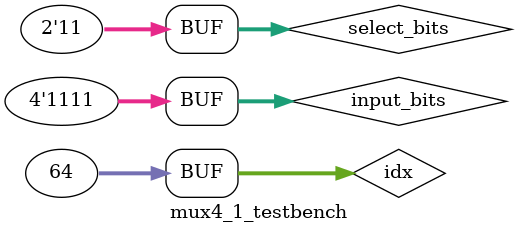
<source format=sv>
/*

4:1 multiplexer constructed using 2:1 mux's

*/

`timescale 1ns/10ps   //for the delay

module mux4_1(output_bit, input_bits, select_bits);
    output logic output_bit;
    input  logic [3:0] input_bits;
    input  logic [1:0] select_bits;
    
    //  variables for logic operations
    logic intermediate_output_0, intermediate_output_1;
    
    // using our previously defined 2:1 multiplexers to construct a 4:1 multiplexer, with delays
    mux2_1  Mux0 (.output_bit(intermediate_output_0), .input_bit_0(input_bits[0]), .input_bit_1(input_bits[1]), .select_bit(select_bits[0]));
    mux2_1  Mux1 (.output_bit(intermediate_output_1), .input_bit_0(input_bits[2]), .input_bit_1(input_bits[3]), .select_bit(select_bits[0]));
    mux2_1  Mux (.output_bit(output_bit), .input_bit_0(intermediate_output_0), .input_bit_1(intermediate_output_1), .select_bit(select_bits[1]));
    
endmodule

module mux4_1_testbench;
    logic [3:0] input_bits;
    logic [1:0] select_bits;
    logic output_bit;

    mux4_1 DUT (.output_bit, .input_bits, .select_bits);

    integer idx;
    initial begin
        // Iterating through all possible input combinations
        for(idx=0; idx<64; idx++) begin
            {select_bits, input_bits} = idx;
            #10;
        end
    end
endmodule 
</source>
